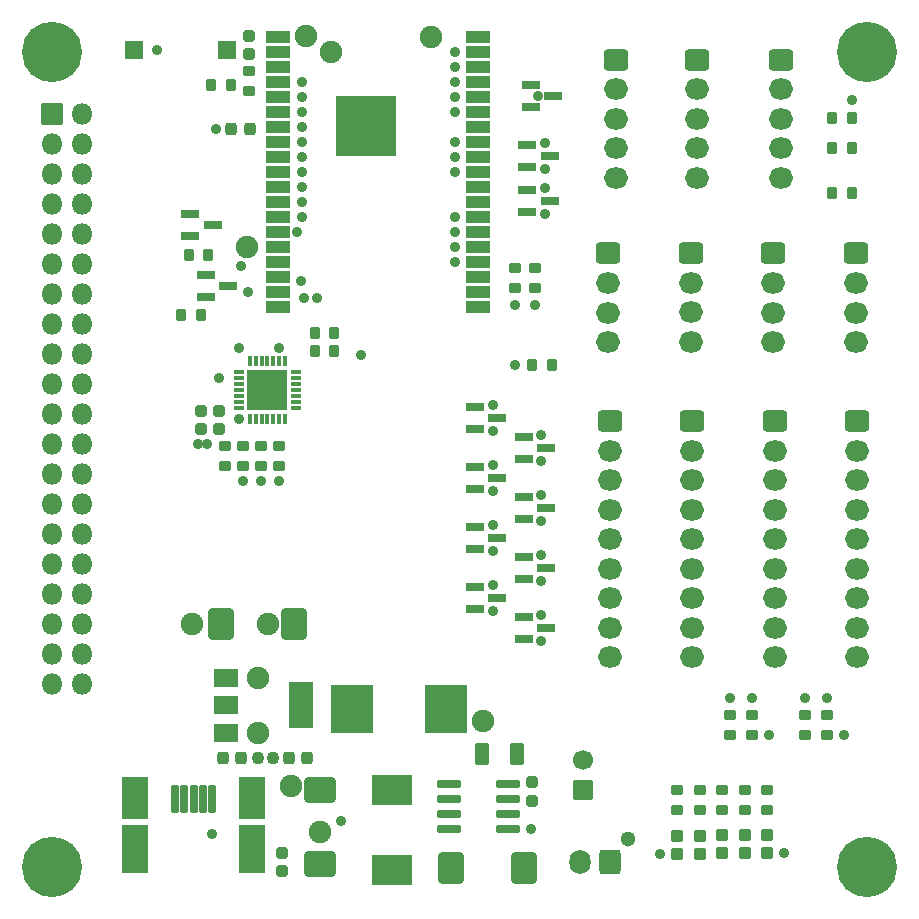
<source format=gbr>
%TF.GenerationSoftware,KiCad,Pcbnew,(6.0.1)*%
%TF.CreationDate,2023-01-03T02:24:04-08:00*%
%TF.ProjectId,ESP32 Dev Carrier - R1,45535033-3220-4446-9576-204361727269,rev?*%
%TF.SameCoordinates,Original*%
%TF.FileFunction,Soldermask,Top*%
%TF.FilePolarity,Negative*%
%FSLAX46Y46*%
G04 Gerber Fmt 4.6, Leading zero omitted, Abs format (unit mm)*
G04 Created by KiCad (PCBNEW (6.0.1)) date 2023-01-03 02:24:04*
%MOMM*%
%LPD*%
G01*
G04 APERTURE LIST*
G04 Aperture macros list*
%AMRoundRect*
0 Rectangle with rounded corners*
0 $1 Rounding radius*
0 $2 $3 $4 $5 $6 $7 $8 $9 X,Y pos of 4 corners*
0 Add a 4 corners polygon primitive as box body*
4,1,4,$2,$3,$4,$5,$6,$7,$8,$9,$2,$3,0*
0 Add four circle primitives for the rounded corners*
1,1,$1+$1,$2,$3*
1,1,$1+$1,$4,$5*
1,1,$1+$1,$6,$7*
1,1,$1+$1,$8,$9*
0 Add four rect primitives between the rounded corners*
20,1,$1+$1,$2,$3,$4,$5,0*
20,1,$1+$1,$4,$5,$6,$7,0*
20,1,$1+$1,$6,$7,$8,$9,0*
20,1,$1+$1,$8,$9,$2,$3,0*%
G04 Aperture macros list end*
%ADD10RoundRect,0.050000X-1.650000X-1.250000X1.650000X-1.250000X1.650000X1.250000X-1.650000X1.250000X0*%
%ADD11RoundRect,0.300000X-0.725000X0.600000X-0.725000X-0.600000X0.725000X-0.600000X0.725000X0.600000X0*%
%ADD12O,2.050000X1.800000*%
%ADD13RoundRect,0.250000X0.200000X0.275000X-0.200000X0.275000X-0.200000X-0.275000X0.200000X-0.275000X0*%
%ADD14RoundRect,0.250000X-0.200000X-0.275000X0.200000X-0.275000X0.200000X0.275000X-0.200000X0.275000X0*%
%ADD15RoundRect,0.250000X-0.275000X0.200000X-0.275000X-0.200000X0.275000X-0.200000X0.275000X0.200000X0*%
%ADD16RoundRect,0.250000X0.275000X-0.200000X0.275000X0.200000X-0.275000X0.200000X-0.275000X-0.200000X0*%
%ADD17RoundRect,0.200000X0.825000X0.150000X-0.825000X0.150000X-0.825000X-0.150000X0.825000X-0.150000X0*%
%ADD18RoundRect,0.300000X0.787500X1.025000X-0.787500X1.025000X-0.787500X-1.025000X0.787500X-1.025000X0*%
%ADD19RoundRect,0.275000X0.225000X0.250000X-0.225000X0.250000X-0.225000X-0.250000X0.225000X-0.250000X0*%
%ADD20RoundRect,0.050000X-1.000000X-0.750000X1.000000X-0.750000X1.000000X0.750000X-1.000000X0.750000X0*%
%ADD21RoundRect,0.050000X-1.000000X-1.900000X1.000000X-1.900000X1.000000X1.900000X-1.000000X1.900000X0*%
%ADD22RoundRect,0.275000X-0.225000X-0.250000X0.225000X-0.250000X0.225000X0.250000X-0.225000X0.250000X0*%
%ADD23RoundRect,0.275000X-0.250000X0.225000X-0.250000X-0.225000X0.250000X-0.225000X0.250000X0.225000X0*%
%ADD24RoundRect,0.101600X0.400000X0.400000X-0.400000X0.400000X-0.400000X-0.400000X0.400000X-0.400000X0*%
%ADD25RoundRect,0.050000X0.800000X-0.800000X0.800000X0.800000X-0.800000X0.800000X-0.800000X-0.800000X0*%
%ADD26C,1.700000*%
%ADD27C,0.900000*%
%ADD28C,5.100000*%
%ADD29RoundRect,0.275000X0.250000X-0.225000X0.250000X0.225000X-0.250000X0.225000X-0.250000X-0.225000X0*%
%ADD30RoundRect,0.300000X-1.025000X0.787500X-1.025000X-0.787500X1.025000X-0.787500X1.025000X0.787500X0*%
%ADD31RoundRect,0.300000X0.325000X0.650000X-0.325000X0.650000X-0.325000X-0.650000X0.325000X-0.650000X0*%
%ADD32RoundRect,0.200000X-0.587500X-0.150000X0.587500X-0.150000X0.587500X0.150000X-0.587500X0.150000X0*%
%ADD33C,1.300000*%
%ADD34RoundRect,0.300000X0.600000X0.750000X-0.600000X0.750000X-0.600000X-0.750000X0.600000X-0.750000X0*%
%ADD35O,1.800000X2.100000*%
%ADD36RoundRect,0.050000X1.750000X2.000000X-1.750000X2.000000X-1.750000X-2.000000X1.750000X-2.000000X0*%
%ADD37RoundRect,0.050000X-0.850000X-0.850000X0.850000X-0.850000X0.850000X0.850000X-0.850000X0.850000X0*%
%ADD38O,1.800000X1.800000*%
%ADD39RoundRect,0.050000X0.250000X-1.125000X0.250000X1.125000X-0.250000X1.125000X-0.250000X-1.125000X0*%
%ADD40RoundRect,0.050000X1.024999X-2.000000X1.024999X2.000000X-1.024999X2.000000X-1.024999X-2.000000X0*%
%ADD41RoundRect,0.050000X1.024999X-1.750000X1.024999X1.750000X-1.024999X1.750000X-1.024999X-1.750000X0*%
%ADD42RoundRect,0.050000X0.750000X0.750000X-0.750000X0.750000X-0.750000X-0.750000X0.750000X-0.750000X0*%
%ADD43RoundRect,0.112500X-0.337500X-0.062500X0.337500X-0.062500X0.337500X0.062500X-0.337500X0.062500X0*%
%ADD44RoundRect,0.112500X-0.062500X-0.337500X0.062500X-0.337500X0.062500X0.337500X-0.062500X0.337500X0*%
%ADD45RoundRect,0.050000X-1.675000X-1.675000X1.675000X-1.675000X1.675000X1.675000X-1.675000X1.675000X0*%
%ADD46RoundRect,0.101600X-0.400000X-0.400000X0.400000X-0.400000X0.400000X0.400000X-0.400000X0.400000X0*%
%ADD47RoundRect,0.050000X-1.000000X-0.450000X1.000000X-0.450000X1.000000X0.450000X-1.000000X0.450000X0*%
%ADD48RoundRect,0.050000X-2.500000X-2.500000X2.500000X-2.500000X2.500000X2.500000X-2.500000X2.500000X0*%
%ADD49C,1.900000*%
%ADD50C,1.100000*%
G04 APERTURE END LIST*
D10*
%TO.C,D1*%
X31794988Y-65488100D03*
X31794988Y-72288100D03*
%TD*%
D11*
%TO.C,J4*%
X64704988Y-3643100D03*
D12*
X64704988Y-6143100D03*
X64704988Y-8643100D03*
X64704988Y-11143100D03*
X64704988Y-13643100D03*
%TD*%
D11*
%TO.C,J6*%
X50734988Y-3643100D03*
D12*
X50734988Y-6143100D03*
X50734988Y-8643100D03*
X50734988Y-11143100D03*
X50734988Y-13643100D03*
%TD*%
D11*
%TO.C,J5*%
X57609988Y-3643100D03*
D12*
X57609988Y-6143100D03*
X57609988Y-8643100D03*
X57609988Y-11143100D03*
X57609988Y-13643100D03*
%TD*%
D13*
%TO.C,R23*%
X43669988Y-29518100D03*
X45319988Y-29518100D03*
%TD*%
D14*
%TO.C,R22*%
X69069988Y-14913100D03*
X70719988Y-14913100D03*
%TD*%
D15*
%TO.C,R21*%
X62274988Y-59173100D03*
X62274988Y-60823100D03*
%TD*%
D16*
%TO.C,R5*%
X42208988Y-22977100D03*
X42208988Y-21327100D03*
%TD*%
D17*
%TO.C,U2*%
X41582653Y-68761100D03*
X41582653Y-67491100D03*
X41582653Y-66221100D03*
X41582653Y-64951100D03*
X36632653Y-64951100D03*
X36632653Y-66221100D03*
X36632653Y-67491100D03*
X36632653Y-68761100D03*
%TD*%
D18*
%TO.C,C10*%
X23516153Y-51463535D03*
X17291153Y-51463535D03*
%TD*%
D19*
%TO.C,C8*%
X19729616Y-9525000D03*
X18179616Y-9525000D03*
%TD*%
D20*
%TO.C,U3*%
X17761653Y-56021535D03*
X17761653Y-58321535D03*
D21*
X24061653Y-58321535D03*
D20*
X17761653Y-60621535D03*
%TD*%
D16*
%TO.C,R27*%
X63544988Y-67173100D03*
X63544988Y-65523100D03*
%TD*%
%TO.C,R26*%
X59734988Y-67173100D03*
X59734988Y-65523100D03*
%TD*%
D22*
%TO.C,C6*%
X17469653Y-62766535D03*
X19019653Y-62766535D03*
%TD*%
D23*
%TO.C,C5*%
X43607653Y-64831100D03*
X43607653Y-66381100D03*
%TD*%
D24*
%TO.C,D7*%
X59734988Y-70793100D03*
X59734988Y-69293100D03*
%TD*%
D25*
%TO.C,C1*%
X47962653Y-65459100D03*
D26*
X47962653Y-62959100D03*
%TD*%
D27*
%TO.C,H2*%
X3000000Y-70125000D03*
D28*
X3000000Y-72000000D03*
D27*
X3000000Y-73875000D03*
X4875000Y-72000000D03*
X4325825Y-70674175D03*
X1125000Y-72000000D03*
X1674175Y-73325825D03*
X4325825Y-73325825D03*
X1674175Y-70674175D03*
%TD*%
D18*
%TO.C,C7*%
X36745153Y-72106100D03*
X42970153Y-72106100D03*
%TD*%
D29*
%TO.C,C9*%
X19716616Y-3188000D03*
X19716616Y-1638000D03*
%TD*%
D30*
%TO.C,C4*%
X25726988Y-65513600D03*
X25726988Y-71738600D03*
%TD*%
D15*
%TO.C,R6*%
X43859988Y-22977100D03*
X43859988Y-21327100D03*
%TD*%
D23*
%TO.C,C3*%
X22455976Y-70782200D03*
X22455976Y-72332200D03*
%TD*%
D19*
%TO.C,C11*%
X24620653Y-62766535D03*
X23070653Y-62766535D03*
%TD*%
D31*
%TO.C,C2*%
X42378653Y-62411100D03*
X39428653Y-62411100D03*
%TD*%
D24*
%TO.C,D8*%
X63544988Y-70793100D03*
X63544988Y-69293100D03*
%TD*%
D16*
%TO.C,R4*%
X19716616Y-6286000D03*
X19716616Y-4636000D03*
%TD*%
D27*
%TO.C,H3*%
X72000000Y-1125000D03*
X70674175Y-4325825D03*
D28*
X72000000Y-3000000D03*
D27*
X73325825Y-4325825D03*
X72000000Y-4875000D03*
X70674175Y-1674175D03*
X70125000Y-3000000D03*
X73325825Y-1674175D03*
X73875000Y-3000000D03*
%TD*%
D14*
%TO.C,R15*%
X69069988Y-11143100D03*
X70719988Y-11143100D03*
%TD*%
D32*
%TO.C,D15*%
X38809988Y-38093100D03*
X38809988Y-39993100D03*
X40684988Y-39043100D03*
%TD*%
D23*
%TO.C,C13*%
X17176616Y-33388000D03*
X17176616Y-34938000D03*
%TD*%
D11*
%TO.C,J13*%
X71054988Y-20053100D03*
D12*
X71054988Y-22553100D03*
X71054988Y-25053100D03*
X71054988Y-27553100D03*
%TD*%
D16*
%TO.C,R7*%
X19208616Y-36386000D03*
X19208616Y-38036000D03*
%TD*%
D11*
%TO.C,J8*%
X57194988Y-34243100D03*
D12*
X57194988Y-36743100D03*
X57194988Y-39243100D03*
X57194988Y-41743100D03*
X57194988Y-44243100D03*
X57194988Y-46743100D03*
X57194988Y-49243100D03*
X57194988Y-51743100D03*
X57194988Y-54243100D03*
%TD*%
D33*
%TO.C,J1*%
X51808653Y-69589100D03*
D34*
X50208653Y-71589100D03*
D35*
X47708653Y-71589100D03*
%TD*%
D36*
%TO.C,L1*%
X36357653Y-58606100D03*
X28357653Y-58606100D03*
%TD*%
D27*
%TO.C,H1*%
X4325825Y-4325825D03*
X3000000Y-1125000D03*
X4325825Y-1674175D03*
X1674175Y-1674175D03*
D28*
X3000000Y-3000000D03*
D27*
X4875000Y-3000000D03*
X1674175Y-4325825D03*
X1125000Y-3000000D03*
X3000000Y-4875000D03*
%TD*%
D32*
%TO.C,D6*%
X38809988Y-48253100D03*
X38809988Y-50153100D03*
X40684988Y-49203100D03*
%TD*%
D14*
%TO.C,R3*%
X16478616Y-5769100D03*
X18128616Y-5769100D03*
%TD*%
D11*
%TO.C,J9*%
X64179988Y-34243100D03*
D12*
X64179988Y-36743100D03*
X64179988Y-39243100D03*
X64179988Y-41743100D03*
X64179988Y-44243100D03*
X64179988Y-46743100D03*
X64179988Y-49243100D03*
X64179988Y-51743100D03*
X64179988Y-54243100D03*
%TD*%
D37*
%TO.C,J3*%
X3014988Y-8233100D03*
D38*
X5554988Y-8233100D03*
X3014988Y-10773100D03*
X5554988Y-10773100D03*
X3014988Y-13313100D03*
X5554988Y-13313100D03*
X3014988Y-15853100D03*
X5554988Y-15853100D03*
X3014988Y-18393100D03*
X5554988Y-18393100D03*
X3014988Y-20933100D03*
X5554988Y-20933100D03*
X3014988Y-23473100D03*
X5554988Y-23473100D03*
X3014988Y-26013100D03*
X5554988Y-26013100D03*
X3014988Y-28553100D03*
X5554988Y-28553100D03*
X3014988Y-31093100D03*
X5554988Y-31093100D03*
X3014988Y-33633100D03*
X5554988Y-33633100D03*
X3014988Y-36173100D03*
X5554988Y-36173100D03*
X3014988Y-38713100D03*
X5554988Y-38713100D03*
X3014988Y-41253100D03*
X5554988Y-41253100D03*
X3014988Y-43793100D03*
X5554988Y-43793100D03*
X3014988Y-46333100D03*
X5554988Y-46333100D03*
X3014988Y-48873100D03*
X5554988Y-48873100D03*
X3014988Y-51413100D03*
X5554988Y-51413100D03*
X3014988Y-53953100D03*
X5554988Y-53953100D03*
X3014988Y-56493100D03*
X5554988Y-56493100D03*
%TD*%
D15*
%TO.C,R12*%
X20732616Y-36386000D03*
X20732616Y-38036000D03*
%TD*%
D32*
%TO.C,Q2*%
X15998488Y-21837100D03*
X15998488Y-23737100D03*
X17873488Y-22787100D03*
%TD*%
D13*
%TO.C,R11*%
X16223616Y-20193000D03*
X14573616Y-20193000D03*
%TD*%
D11*
%TO.C,J14*%
X64069988Y-20053100D03*
D12*
X64069988Y-22553100D03*
X64069988Y-25053100D03*
X64069988Y-27553100D03*
%TD*%
D39*
%TO.C,J2*%
X13379988Y-66221100D03*
X14179988Y-66221100D03*
X14979988Y-66221100D03*
X15779988Y-66221100D03*
X16579988Y-66221100D03*
D40*
X10054988Y-70446100D03*
D41*
X10054988Y-66196100D03*
D40*
X19904988Y-70446100D03*
D41*
X19904988Y-66196100D03*
%TD*%
D24*
%TO.C,D12*%
X61639988Y-70793100D03*
X61639988Y-69293100D03*
%TD*%
D16*
%TO.C,R10*%
X61639988Y-67173100D03*
X61639988Y-65523100D03*
%TD*%
D14*
%TO.C,R14*%
X69069988Y-8563100D03*
X70719988Y-8563100D03*
%TD*%
D42*
%TO.C,SW1*%
X17774616Y-2848100D03*
X9974616Y-2848100D03*
%TD*%
D32*
%TO.C,D13*%
X42922488Y-35553100D03*
X42922488Y-37453100D03*
X44797488Y-36503100D03*
%TD*%
D11*
%TO.C,J7*%
X50209988Y-34243100D03*
D12*
X50209988Y-36743100D03*
X50209988Y-39243100D03*
X50209988Y-41743100D03*
X50209988Y-44243100D03*
X50209988Y-46743100D03*
X50209988Y-49243100D03*
X50209988Y-51743100D03*
X50209988Y-54243100D03*
%TD*%
D32*
%TO.C,D17*%
X43254988Y-14682100D03*
X43254988Y-16582100D03*
X45129988Y-15632100D03*
%TD*%
%TO.C,D5*%
X42922488Y-50793100D03*
X42922488Y-52693100D03*
X44797488Y-51743100D03*
%TD*%
%TO.C,D2*%
X43574488Y-5788100D03*
X43574488Y-7688100D03*
X45449488Y-6738100D03*
%TD*%
D14*
%TO.C,R9*%
X15601988Y-25273000D03*
X13951988Y-25273000D03*
%TD*%
D15*
%TO.C,R16*%
X55924988Y-65523100D03*
X55924988Y-67173100D03*
%TD*%
D14*
%TO.C,R1*%
X25241616Y-26797000D03*
X26891616Y-26797000D03*
%TD*%
D32*
%TO.C,Q1*%
X14715116Y-16703000D03*
X14715116Y-18603000D03*
X16590116Y-17653000D03*
%TD*%
D43*
%TO.C,U4*%
X18790616Y-30123000D03*
X18790616Y-30623000D03*
X18790616Y-31123000D03*
X18790616Y-31623000D03*
X18790616Y-32123000D03*
X18790616Y-32623000D03*
X18790616Y-33123000D03*
D44*
X19740616Y-34073000D03*
X20240616Y-34073000D03*
X20740616Y-34073000D03*
X21240616Y-34073000D03*
X21740616Y-34073000D03*
X22240616Y-34073000D03*
X22740616Y-34073000D03*
D43*
X23690616Y-33123000D03*
X23690616Y-32623000D03*
X23690616Y-32123000D03*
X23690616Y-31623000D03*
X23690616Y-31123000D03*
X23690616Y-30623000D03*
X23690616Y-30123000D03*
D44*
X22740616Y-29173000D03*
X22240616Y-29173000D03*
X21740616Y-29173000D03*
X21240616Y-29173000D03*
X20740616Y-29173000D03*
X20240616Y-29173000D03*
X19740616Y-29173000D03*
D45*
X21240616Y-31623000D03*
%TD*%
D32*
%TO.C,D16*%
X43254988Y-10872100D03*
X43254988Y-12772100D03*
X45129988Y-11822100D03*
%TD*%
D15*
%TO.C,R8*%
X17684616Y-36386000D03*
X17684616Y-38036000D03*
%TD*%
D46*
%TO.C,D3*%
X57829988Y-69408100D03*
X57829988Y-70908100D03*
%TD*%
D32*
%TO.C,D10*%
X38809988Y-43173100D03*
X38809988Y-45073100D03*
X40684988Y-44123100D03*
%TD*%
D11*
%TO.C,J11*%
X50099988Y-20053100D03*
D12*
X50099988Y-22553100D03*
X50099988Y-25053100D03*
X50099988Y-27553100D03*
%TD*%
D15*
%TO.C,R13*%
X57829988Y-67173100D03*
X57829988Y-65523100D03*
%TD*%
D16*
%TO.C,R17*%
X22256616Y-36386000D03*
X22256616Y-38036000D03*
%TD*%
D32*
%TO.C,D11*%
X38809988Y-33013100D03*
X38809988Y-34913100D03*
X40684988Y-33963100D03*
%TD*%
D11*
%TO.C,J10*%
X71164988Y-34243100D03*
D12*
X71164988Y-36743100D03*
X71164988Y-39243100D03*
X71164988Y-41743100D03*
X71164988Y-44243100D03*
X71164988Y-46743100D03*
X71164988Y-49243100D03*
X71164988Y-51743100D03*
X71164988Y-54243100D03*
%TD*%
D46*
%TO.C,D4*%
X55924988Y-69408100D03*
X55924988Y-70908100D03*
%TD*%
D14*
%TO.C,R2*%
X25241616Y-28321000D03*
X26891616Y-28321000D03*
%TD*%
D32*
%TO.C,D9*%
X42922488Y-45713100D03*
X42922488Y-47613100D03*
X44797488Y-46663100D03*
%TD*%
D11*
%TO.C,J12*%
X57084988Y-20033100D03*
D12*
X57084988Y-22533100D03*
X57084988Y-25033100D03*
X57084988Y-27533100D03*
%TD*%
D32*
%TO.C,D14*%
X42922488Y-40633100D03*
X42922488Y-42533100D03*
X44797488Y-41583100D03*
%TD*%
D23*
%TO.C,C12*%
X15652616Y-33388000D03*
X15652616Y-34938000D03*
%TD*%
D15*
%TO.C,R19*%
X66719988Y-60823100D03*
X66719988Y-59173100D03*
%TD*%
%TO.C,R18*%
X68624988Y-59173100D03*
X68624988Y-60823100D03*
%TD*%
%TO.C,R20*%
X60369988Y-59173100D03*
X60369988Y-60823100D03*
%TD*%
D27*
%TO.C,H4*%
X70674175Y-73325825D03*
X70125000Y-72000000D03*
X70674175Y-70674175D03*
D28*
X72000000Y-72000000D03*
D27*
X73875000Y-72000000D03*
X73325825Y-73325825D03*
X73325825Y-70674175D03*
X72000000Y-70125000D03*
X72000000Y-73875000D03*
%TD*%
D47*
%TO.C,U1*%
X22108616Y-1740000D03*
X22108616Y-3010000D03*
X22108616Y-4280000D03*
X22108616Y-5550000D03*
X22108616Y-6820000D03*
X22108616Y-8090000D03*
X22108616Y-9360000D03*
X22108616Y-10630000D03*
X22108616Y-11900000D03*
X22108616Y-13170000D03*
X22108616Y-14440000D03*
X22108616Y-15710000D03*
X22108616Y-16980000D03*
X22108616Y-18250000D03*
X22108616Y-19520000D03*
X22108616Y-20790000D03*
X22108616Y-22060000D03*
X22108616Y-23330000D03*
X22108616Y-24600000D03*
X39108616Y-24600000D03*
X39108616Y-23330000D03*
X39108616Y-22060000D03*
X39108616Y-20790000D03*
X39108616Y-19520000D03*
X39108616Y-18250000D03*
X39108616Y-16980000D03*
X39108616Y-15710000D03*
X39108616Y-14440000D03*
X39108616Y-13170000D03*
X39108616Y-11900000D03*
X39108616Y-10630000D03*
X39108616Y-9360000D03*
X39108616Y-8090000D03*
X39108616Y-6820000D03*
X39108616Y-5550000D03*
X39108616Y-4280000D03*
X39108616Y-3010000D03*
X39108616Y-1740000D03*
D48*
X29608616Y-9240000D03*
%TD*%
D49*
X14878153Y-51449535D03*
D27*
X43859988Y-24438100D03*
X29127988Y-28629100D03*
X24047988Y-22406100D03*
X54463988Y-70908100D03*
X66719988Y-57712100D03*
X65005988Y-70793100D03*
X37088616Y-5550000D03*
X44416488Y-42683100D03*
X44416488Y-40483100D03*
X40303988Y-48103100D03*
X40303988Y-50303100D03*
X70719988Y-7102100D03*
X42208988Y-29518100D03*
X40303988Y-32863100D03*
X40303988Y-43023100D03*
X40303988Y-45223100D03*
X68624988Y-57712100D03*
X62274988Y-57712100D03*
X70085988Y-60823100D03*
X44416488Y-50643100D03*
X40303988Y-37943100D03*
X40303988Y-40143100D03*
X44416488Y-52843100D03*
X42208988Y-24438100D03*
X63735988Y-60823100D03*
X60369988Y-57712100D03*
D49*
X35088616Y-1745000D03*
X30608616Y-8000000D03*
X25726988Y-69051100D03*
D27*
X18790616Y-34073000D03*
X18832616Y-28067000D03*
X24128616Y-10635000D03*
X24128616Y-15715000D03*
X37088616Y-3010000D03*
X37088616Y-8090000D03*
X24128616Y-11905000D03*
D49*
X23226988Y-65126100D03*
D50*
X20416653Y-62741535D03*
D27*
X24128616Y-13175000D03*
X37088616Y-10635000D03*
X37088616Y-11900000D03*
X37088616Y-13170000D03*
D49*
X19475988Y-19485100D03*
X28608616Y-8000000D03*
X20403653Y-56035535D03*
D27*
X25444988Y-23803100D03*
X24128616Y-5550000D03*
X24301988Y-23803100D03*
X37088616Y-16980000D03*
D49*
X39503653Y-59636100D03*
D27*
X19208616Y-39293000D03*
X27476988Y-68126100D03*
D50*
X21673653Y-62741535D03*
D27*
X11857616Y-2848100D03*
X16922616Y-9550000D03*
X22256616Y-39293000D03*
D49*
X30608616Y-10000000D03*
D27*
X44130988Y-6738100D03*
D49*
X26607616Y-3015000D03*
D27*
X19602988Y-23295100D03*
X16160616Y-36195000D03*
X24128616Y-6820000D03*
X15398616Y-36195000D03*
D49*
X24495940Y-1664990D03*
D27*
X37120616Y-18215100D03*
X17176616Y-30607000D03*
X24128616Y-9365000D03*
X24128616Y-14445000D03*
X24128616Y-16985000D03*
X24128616Y-8095000D03*
X22256616Y-28067000D03*
X23780616Y-18255000D03*
X18967988Y-21136100D03*
D49*
X28608616Y-10000000D03*
D27*
X16579988Y-69235100D03*
D49*
X21255153Y-51449535D03*
D27*
X20732616Y-39293000D03*
X43577653Y-68761100D03*
D49*
X20403653Y-60635535D03*
D27*
X37088616Y-4280000D03*
X37088616Y-20790000D03*
X37088616Y-19520000D03*
X37088616Y-6820000D03*
X44416488Y-45563100D03*
X44416488Y-47763100D03*
X44748988Y-10722100D03*
X44748988Y-12922100D03*
X40303988Y-35063100D03*
X44416488Y-35403100D03*
X44416488Y-37603100D03*
X44748988Y-14532100D03*
X44748988Y-16732100D03*
M02*

</source>
